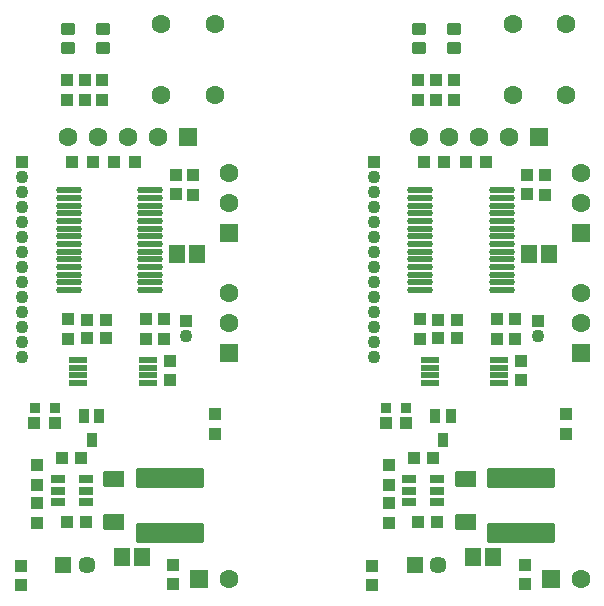
<source format=gts>
%FSTAX44Y44*%
%MOMM*%
%SFA1B1*%

%IPPOS*%
%AMD53*
4,1,8,2.900680,-0.718820,2.900680,0.718820,2.771140,0.850900,-2.771140,0.850900,-2.900680,0.718820,-2.900680,-0.718820,-2.771140,-0.850900,2.771140,-0.850900,2.900680,-0.718820,0.0*
1,1,0.260000,2.771140,-0.718820*
1,1,0.260000,2.771140,0.718820*
1,1,0.260000,-2.771140,0.718820*
1,1,0.260000,-2.771140,-0.718820*
%
%AMD54*
4,1,8,0.889000,-0.594360,0.889000,0.594360,0.774700,0.711200,-0.774700,0.711200,-0.889000,0.594360,-0.889000,-0.594360,-0.774700,-0.711200,0.774700,-0.711200,0.889000,-0.594360,0.0*
1,1,0.232000,0.774700,-0.594360*
1,1,0.232000,0.774700,0.594360*
1,1,0.232000,-0.774700,0.594360*
1,1,0.232000,-0.774700,-0.594360*
%
%AMD55*
4,1,8,0.449580,-0.360680,0.449580,0.360680,0.360680,0.449580,-0.360680,0.449580,-0.449580,0.360680,-0.449580,-0.360680,-0.360680,-0.449580,0.360680,-0.449580,0.449580,-0.360680,0.0*
1,1,0.180000,0.360680,-0.360680*
1,1,0.180000,0.360680,0.360680*
1,1,0.180000,-0.360680,0.360680*
1,1,0.180000,-0.360680,-0.360680*
%
%AMD59*
4,1,8,0.774700,-0.180340,0.774700,0.180340,0.680720,0.274320,-0.680720,0.274320,-0.774700,0.180340,-0.774700,-0.180340,-0.680720,-0.274320,0.680720,-0.274320,0.774700,-0.180340,0.0*
1,1,0.190000,0.680720,-0.180340*
1,1,0.190000,0.680720,0.180340*
1,1,0.190000,-0.680720,0.180340*
1,1,0.190000,-0.680720,-0.180340*
%
%AMD61*
4,1,8,-0.551180,0.403860,-0.551180,-0.403860,-0.454660,-0.500380,0.454660,-0.500380,0.551180,-0.403860,0.551180,0.403860,0.454660,0.500380,-0.454660,0.500380,-0.551180,0.403860,0.0*
1,1,0.190000,-0.454660,0.403860*
1,1,0.190000,-0.454660,-0.403860*
1,1,0.190000,0.454660,-0.403860*
1,1,0.190000,0.454660,0.403860*
%
%ADD49R,1.099998X0.999998*%
%ADD50R,1.099998X1.099998*%
%ADD51R,1.399997X1.599997*%
%ADD52O,2.199996X0.549999*%
G04~CAMADD=53~8~0.0~0.0~669.3~2283.5~51.2~0.0~15~0.0~0.0~0.0~0.0~0~0.0~0.0~0.0~0.0~0~0.0~0.0~0.0~270.0~2284.0~670.0*
%ADD53D53*%
G04~CAMADD=54~8~0.0~0.0~559.1~700.8~45.7~0.0~15~0.0~0.0~0.0~0.0~0~0.0~0.0~0.0~0.0~0~0.0~0.0~0.0~270.0~702.0~560.0*
%ADD54D54*%
G04~CAMADD=55~8~0.0~0.0~354.3~354.3~35.4~0.0~15~0.0~0.0~0.0~0.0~0~0.0~0.0~0.0~0.0~0~0.0~0.0~0.0~270.0~354.0~354.0*
%ADD55D55*%
%ADD56R,0.899998X1.149998*%
%ADD57R,1.199998X0.749999*%
%ADD58R,0.999998X1.099998*%
G04~CAMADD=59~8~0.0~0.0~216.5~610.2~37.4~0.0~15~0.0~0.0~0.0~0.0~0~0.0~0.0~0.0~0.0~0~0.0~0.0~0.0~270.0~610.0~217.0*
%ADD59D59*%
%ADD60R,1.099998X1.099998*%
G04~CAMADD=61~8~0.0~0.0~393.7~433.1~37.4~0.0~15~0.0~0.0~0.0~0.0~0~0.0~0.0~0.0~0.0~0~0.0~0.0~0.0~90.0~434.0~395.0*
%ADD61D61*%
%ADD62C,1.599997*%
%ADD63R,1.599997X1.599997*%
%ADD64R,1.599997X1.599997*%
%ADD65C,1.099998*%
%ADD66C,1.449997*%
%ADD67R,1.449997X1.449997*%
%LNuopioid_-_rev.b0_-_panel-1*%
%LPD*%
G54D49*
X00858749Y00719749D03*
Y00736749D03*
X00792749Y00719749D03*
Y00736749D03*
X00898749Y00858749D03*
Y00841749D03*
X00791749Y00921749D03*
Y00938749D03*
X00806749Y00921749D03*
Y00938749D03*
X00873749Y00719749D03*
Y00736749D03*
X00916749Y00655749D03*
Y00638749D03*
X00766749Y00580749D03*
Y00563749D03*
Y00612749D03*
Y00595749D03*
X00821749Y00921749D03*
Y00938749D03*
X01156249Y00719749D03*
Y00736749D03*
X01090249Y00719749D03*
Y00736749D03*
X01196249Y00858749D03*
Y00841749D03*
X01089249Y00921749D03*
Y00938749D03*
X01104249Y00921749D03*
Y00938749D03*
X01171249Y00719749D03*
Y00736749D03*
X01214249Y00655749D03*
Y00638749D03*
X01064249Y00580749D03*
Y00563749D03*
Y00612749D03*
Y00595749D03*
X01119249Y00921749D03*
Y00938749D03*
G54D50*
X00878749Y00701249D03*
Y00685249D03*
X00883819Y00842289D03*
Y00858289D03*
X00881749Y00528249D03*
Y00512249D03*
X00752749Y00511249D03*
Y00527249D03*
X01176249Y00701249D03*
Y00685249D03*
X01181319Y00842289D03*
Y00858289D03*
X01179249Y00528249D03*
Y00512249D03*
X01050249Y00511249D03*
Y00527249D03*
G54D51*
X00885249Y00791249D03*
X00902249D03*
X00855249Y00535249D03*
X00838249D03*
X01182749Y00791249D03*
X01199749D03*
X01152749Y00535249D03*
X01135749D03*
G54D52*
X00862439Y00761049D03*
Y00767549D03*
Y00774049D03*
Y00780549D03*
Y00787049D03*
Y00793549D03*
Y00800049D03*
Y00806549D03*
Y00813049D03*
Y00819549D03*
Y00826049D03*
Y00832549D03*
Y00839049D03*
Y00845549D03*
X00793439Y00761049D03*
Y00767549D03*
Y00774049D03*
Y00780549D03*
Y00787049D03*
Y00793549D03*
Y00800049D03*
Y00806549D03*
Y00813049D03*
Y00819549D03*
Y00826049D03*
Y00832549D03*
Y00839049D03*
Y00845549D03*
X01159939Y00761049D03*
Y00767549D03*
Y00774049D03*
Y00780549D03*
Y00787049D03*
Y00793549D03*
Y00800049D03*
Y00806549D03*
Y00813049D03*
Y00819549D03*
Y00826049D03*
Y00832549D03*
Y00839049D03*
Y00845549D03*
X01090939Y00761049D03*
Y00767549D03*
Y00774049D03*
Y00780549D03*
Y00787049D03*
Y00793549D03*
Y00800049D03*
Y00806549D03*
Y00813049D03*
Y00819549D03*
Y00826049D03*
Y00832549D03*
Y00839049D03*
Y00845549D03*
G54D53*
X00878749Y00555249D03*
Y00602249D03*
X01176249Y00555249D03*
Y00602249D03*
G54D54*
X00831749Y00601249D03*
Y00564249D03*
X01129249Y00601249D03*
Y00564249D03*
G54D55*
X00781249Y00661249D03*
X00764749D03*
X01078749D03*
X01062249D03*
G54D56*
X00812749Y00633999D03*
X00806249Y00654499D03*
X00819249D03*
X01110249Y00633999D03*
X01103749Y00654499D03*
X01116749D03*
G54D57*
X00807749Y00600749D03*
Y00591249D03*
Y00581749D03*
X00783749D03*
Y00591249D03*
Y00600749D03*
X01105249D03*
Y00591249D03*
Y00581749D03*
X01081249D03*
Y00591249D03*
Y00600749D03*
G54D58*
X00764249Y00648249D03*
X00781249D03*
X00831949Y00869069D03*
X00848949D03*
X00813389D03*
X00796389D03*
X01061749Y00648249D03*
X01078749D03*
X01129449Y00869069D03*
X01146449D03*
X01110889D03*
X01093889D03*
G54D59*
X00860269Y00701699D03*
Y00695199D03*
Y00688699D03*
Y00682199D03*
X00801269D03*
Y00688699D03*
Y00695199D03*
Y00701699D03*
X01157769D03*
Y00695199D03*
Y00688699D03*
Y00682199D03*
X01098769D03*
Y00688699D03*
Y00695199D03*
Y00701699D03*
G54D60*
X00808509Y00720749D03*
X00824509D03*
X00808509Y00735989D03*
X00824509D03*
X00787749Y00619249D03*
X00803749D03*
X00807749Y00564249D03*
X00791749D03*
X01106009Y00720749D03*
X01122009D03*
X01106009Y00735989D03*
X01122009D03*
X01085249Y00619249D03*
X01101249D03*
X01105249Y00564249D03*
X01089249D03*
X00892739Y00735129D03*
X00754009Y00869339D03*
X01190239Y00735129D03*
X01051509Y00869339D03*
G54D61*
X00822249Y00965999D03*
Y00982249D03*
X00792249D03*
Y00965999D03*
X01119749D03*
Y00982249D03*
X01089749D03*
Y00965999D03*
G54D62*
X00929149Y00516249D03*
X00916749Y00926249D03*
Y00986249D03*
X00871749Y00926249D03*
Y00986249D03*
X00929079Y00860449D03*
Y00835049D03*
Y00758849D03*
Y00733449D03*
X00868579Y00890929D03*
X00843179D03*
X00817779D03*
X00792379D03*
X01226649Y00516249D03*
X01214249Y00926249D03*
Y00986249D03*
X01169249Y00926249D03*
Y00986249D03*
X01226579Y00860449D03*
Y00835049D03*
Y00758849D03*
Y00733449D03*
X01166079Y00890929D03*
X01140679D03*
X01115279D03*
X01089879D03*
G54D63*
X00903749Y00516249D03*
X00893979Y00890929D03*
X01201249Y00516249D03*
X01191479Y00890929D03*
G54D64*
X00929079Y00809649D03*
Y00708049D03*
X01226579Y00809649D03*
Y00708049D03*
G54D65*
X00892739Y00722429D03*
X00754009Y00856639D03*
Y00843939D03*
Y00831239D03*
Y00818539D03*
Y00805839D03*
Y00793139D03*
Y00780439D03*
Y00767739D03*
Y00755039D03*
Y00742339D03*
Y00729639D03*
Y00716939D03*
Y00704239D03*
X01190239Y00722429D03*
X01051509Y00856639D03*
Y00843939D03*
Y00831239D03*
Y00818539D03*
Y00805839D03*
Y00793139D03*
Y00780439D03*
Y00767739D03*
Y00755039D03*
Y00742339D03*
Y00729639D03*
Y00716939D03*
Y00704239D03*
G54D66*
X00808749Y00528249D03*
X01106249D03*
G54D67*
X00788749Y00528249D03*
X01086249D03*
M02*
</source>
